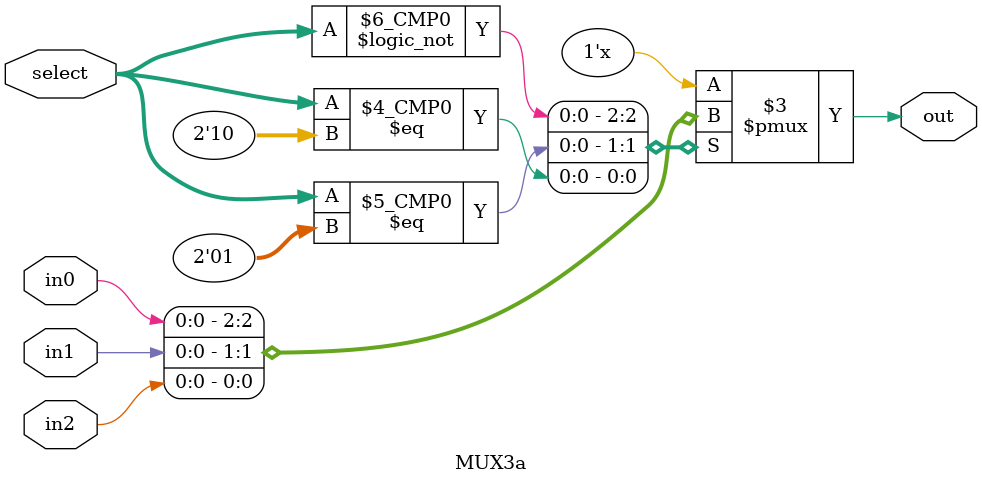
<source format=sv>
module MUX3a(out, in0, in1, in2, select);
  parameter k = 1;
  input [k-1:0] in0, in1, in2;
  output reg [k-1:0] out;
  input [1:0] select; 
  always_comb begin
    case(select)
      0: out = in0;
      1: out = in1;
      2: out = in2;
      default: out = {k{1'bx}};
    endcase
  end

endmodule : MUX3a
</source>
